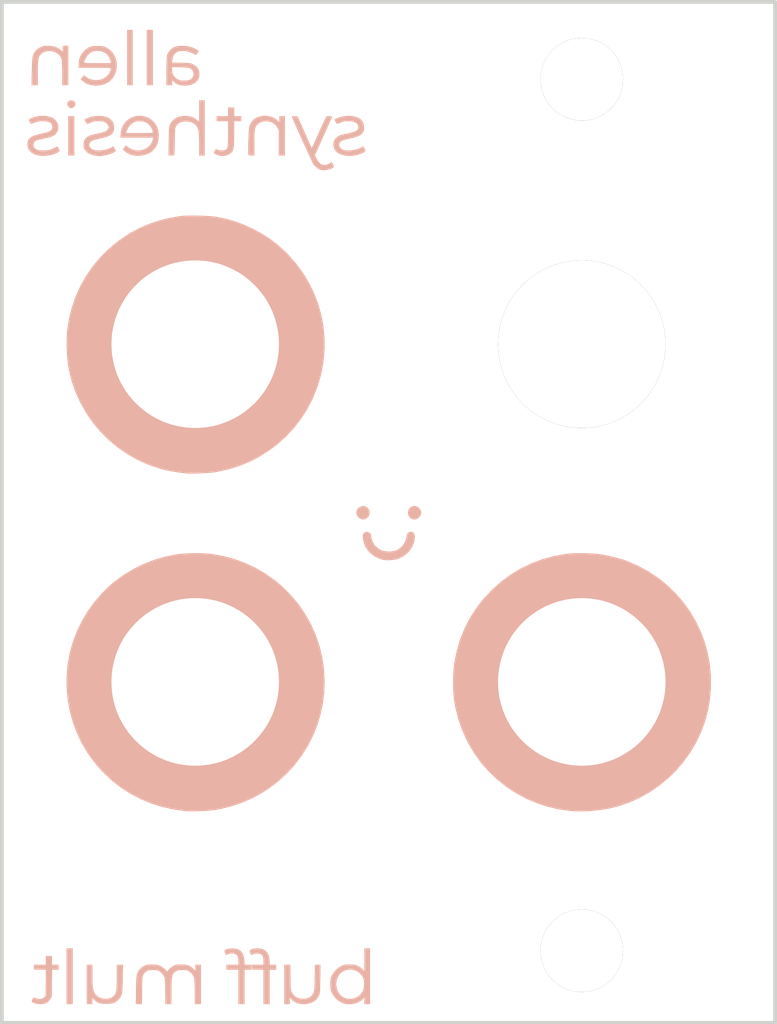
<source format=kicad_pcb>
(kicad_pcb (version 20211014) (generator pcbnew)
  (layers (0 "F.Cu" signal) (31 "B.Cu" signal) (34 "B.Paste" user) (35 "F.Paste" user) (36 "B.SilkS" user "B.Silkscreen") (37 "F.SilkS" user "F.Silkscreen") (38 "B.Mask" user) (39 "F.Mask" user) (44 "Edge.Cuts" user))
  (net 0 "")
  (footprint "Wire_Pads:SolderWirePad_single_0-8mmDrill" (layer "F.Cu") (at 7.5 -16.799999)
    (fp_text reference "" (at 0 0) (layer "F.SilkS") (effects (font (size 1.27 1.27))))
    (fp_text value "" (at 0 0) (layer "F.SilkS") (effects (font (size 1.27 1.27))))
    (pad "1" thru_hole circle locked (at 0 0) (size 3.2 3.2) (drill 3.2) (layers *.Cu *.Mask))
  )
  (footprint "LOGO" (layer "F.Cu") (at 0 0)
    (fp_text reference "G***" hide)
    (fp_text value "LOGO" hide)
  )
  (footprint "Wire_Pads:SolderWirePad_single_0-8mmDrill" (layer "F.Cu") (at 7.5 17)
    (fp_text reference "" (at 0 0) (layer "F.SilkS") (effects (font (size 1.27 1.27))))
    (fp_text value "" (at 0 0) (layer "F.SilkS") (effects (font (size 1.27 1.27))))
    (pad "3" thru_hole circle locked (at 0 0) (size 3.2 3.2) (drill 3.2) (layers *.Cu *.Mask))
  )
  (footprint "LOGO" (layer "F.Cu") (at 0 0)
    (fp_text reference "G***" hide)
    (fp_text value "LOGO" hide)
  )
  (footprint "Wire_Pads:SolderWirePad_single_0-8mmDrill" (layer "F.Cu") (at -7.5 6.575001)
    (fp_text reference "" (at 0 0) (layer "F.SilkS") (effects (font (size 1.27 1.27))))
    (fp_text value "" (at 0 0) (layer "F.SilkS") (effects (font (size 1.27 1.27))))
    (pad "6" thru_hole circle locked (at 0 0) (size 6.5 6.5) (drill 6.5) (layers *.Cu *.Mask))
  )
  (footprint "LOGO" (layer "F.Cu") (at 0 0)
    (fp_text reference "G***" hide)
    (fp_text value "LOGO" hide)
  )
  (footprint "LOGO" (layer "F.Cu") (at 0 0)
    (fp_text reference "G***" hide)
    (fp_text value "LOGO" hide)
    (fp_poly (pts (xy -11.088797 -15.366775) (xy -10.987785 -15.350853) (xy -10.947082 -15.338819) (xy -10.817776 -15.272966) (xy -10.725126 -15.186226) (xy -10.668473 -15.077702) (xy -10.647158 -14.946499) (xy -10.646942 -14.930922) (xy -10.655785 -14.828324) (xy -10.685141 -14.744096) (xy -10.738974 -14.675081) (xy -10.821245 -14.618124) (xy -10.935913 -14.570069) (xy -11.086941 -14.527759) (xy -11.178304 -14.507571) (xy -11.283635 -14.484359) (xy -11.378657 -14.460819) (xy -11.452947 -14.439699) (xy -11.496079 -14.42375) (xy -11.496087 -14.423746) (xy -11.564607 -14.372149) (xy -11.608941 -14.30621) (xy -11.6205 -14.253895) (xy -11.602506 -14.193452) (xy -11.555762 -14.130919) (xy -11.49113 -14.079145) (xy -11.458876 -14.062685) (xy -11.362648 -14.038987) (xy -11.241133 -14.03323) (xy -11.106572 -14.043766) (xy -10.971205 -14.068943) (xy -10.847272 -14.107114) (xy -10.747014 -14.156627) (xy -10.743178 -14.159147) (xy -10.680771 -14.200721) (xy -10.630498 -14.112214) (xy -10.580226 -14.023707) (xy -10.624981 -13.987466) (xy -10.696324 -13.945079) (xy -10.797979 -13.904566) (xy -10.917946 -13.869122) (xy -11.044224 -13.841945) (xy -11.164814 -13.826232) (xy -11.2395 -13.823767) (xy -11.303763 -13.829378) (xy -11.385346 -13.841892) (xy -11.43 -13.850718) (xy -11.577737 -13.898247) (xy -11.694663 -13.9689) (xy -11.777355 -14.060543) (xy -11.783747 -14.071014) (xy -11.813948 -14.129929) (xy -11.828347 -14.184822) (xy -11.830557 -14.254124) (xy -11.828317 -14.298416) (xy -11.813982 -14.394263) (xy -11.781516 -14.47239) (xy -11.726524 -14.536018) (xy -11.644609 -14.588366) (xy -11.531376 -14.632657) (xy -11.382427 -14.672111) (xy -11.29215 -14.691237) (xy -11.139059 -14.725533) (xy -11.024008 -14.760924) (xy -10.942731 -14.799955) (xy -10.890959 -14.845174) (xy -10.864425 -14.899127) (xy -10.8585 -14.950004) (xy -10.877106 -15.016212) (xy -10.926113 -15.081998) (xy -10.995304 -15.135013) (xy -11.022553 -15.14833) (xy -11.08873 -15.165255) (xy -11.180867 -15.175615) (xy -11.283014 -15.178797) (xy -11.379219 -15.174191) (xy -11.44165 -15.164377) (xy -11.502752 -15.144509) (xy -11.571973 -15.115192) (xy -11.582616 -15.109997) (xy -11.636471 -15.08526) (xy -11.674868 -15.071606) (xy -11.681067 -15.070667) (xy -11.700703 -15.086778) (xy -11.731066 -15.125521) (xy -11.76234 -15.172511) (xy -11.784712 -15.213366) (xy -11.789834 -15.230083) (xy -11.771535 -15.247109) (xy -11.723708 -15.272731) (xy -11.656955 -15.302066) (xy -11.581877 -15.330233) (xy -11.548996 -15.34098) (xy -11.453813 -15.360953) (xy -11.335956 -15.371876) (xy -11.209569 -15.3738) (xy -11.088797 -15.366775)) (layer "B.SilkS") (width 0.01) (fill solid))
    (fp_poly (pts (xy -7.851115 -18.089144) (xy -7.693177 -18.061305) (xy -7.546046 -18.006233) (xy -7.461367 -17.961104) (xy -7.364717 -17.904464) (xy -7.41181 -17.820674) (xy -7.44214 -17.77196) (xy -7.464881 -17.744795) (xy -7.47066 -17.742567) (xy -7.494001 -17.754176) (xy -7.544912 -17.779648) (xy -7.613133 -17.813848) (xy -7.625103 -17.819854) (xy -7.737319 -17.868275) (xy -7.84323 -17.89424) (xy -7.91315 -17.901859) (xy -8.065768 -17.899804) (xy -8.187919 -17.86887) (xy -8.281013 -17.808036) (xy -8.346457 -17.71628) (xy -8.385661 -17.592582) (xy -8.391747 -17.554939) (xy -8.406457 -17.446294) (xy -8.047894 -17.438072) (xy -7.91606 -17.434781) (xy -7.818448 -17.431058) (xy -7.746952 -17.425696) (xy -7.693468 -17.417489) (xy -7.649892 -17.405229) (xy -7.608118 -17.387711) (xy -7.564756 -17.36614) (xy -7.456441 -17.294598) (xy -7.385548 -17.207169) (xy -7.348444 -17.097896) (xy -7.3406 -16.998913) (xy -7.352008 -16.880988) (xy -7.390278 -16.786293) (xy -7.461487 -16.70118) (xy -7.481038 -16.683384) (xy -7.585712 -16.616978) (xy -7.716624 -16.573613) (xy -7.863474 -16.554947) (xy -8.015962 -16.562638) (xy -8.110944 -16.58194) (xy -8.178848 -16.603046) (xy -8.232826 -16.629311) (xy -8.288257 -16.669758) (xy -8.344959 -16.719277) (xy -8.403167 -16.77192) (xy -8.403167 -16.5735) (xy -8.614834 -16.5735) (xy -8.614834 -17.103877) (xy -8.614471 -17.167585) (xy -8.403167 -17.167585) (xy -8.383164 -17.037602) (xy -8.326213 -16.922466) (xy -8.236905 -16.828857) (xy -8.127368 -16.766383) (xy -8.061441 -16.751553) (xy -7.970603 -16.745162) (xy -7.871365 -16.746934) (xy -7.780243 -16.756591) (xy -7.715034 -16.77331) (xy -7.634047 -16.828051) (xy -7.581313 -16.906874) (xy -7.560592 -16.999336) (xy -7.575645 -17.094991) (xy -7.588609 -17.124526) (xy -7.618469 -17.17127) (xy -7.657216 -17.206346) (xy -7.711117 -17.231585) (xy -7.786435 -17.248815) (xy -7.889436 -17.259867) (xy -8.026384 -17.26657) (xy -8.080375 -17.268147) (xy -8.403167 -17.276524) (xy -8.403167 -17.167585) (xy -8.614471 -17.167585) (xy -8.613849 -17.276321) (xy -8.611027 -17.429209) (xy -8.60657 -17.557206) (xy -8.600676 -17.654974) (xy -8.593546 -17.717177) (xy -8.591466 -17.727055) (xy -8.548449 -17.827237) (xy -8.47567 -17.924889) (xy -8.38428 -18.006606) (xy -8.332101 -18.038876) (xy -8.275744 -18.062732) (xy -8.208613 -18.078489) (xy -8.11919 -18.088217) (xy -8.03275 -18.092721) (xy -7.851115 -18.089144)) (layer "B.SilkS") (width 0.01) (fill solid))
    (fp_poly (pts (xy -11.493075 17.922875) (xy -11.491801 18.056349) (xy -11.488549 18.185802) (xy -11.483723 18.300867) (xy -11.47773 18.391177) (xy -11.47309 18.433891) (xy -11.434637 18.584682) (xy -11.367851 18.704214) (xy -11.273509 18.791806) (xy -11.152394 18.846774) (xy -11.005287 18.868438) (xy -10.97544 18.868742) (xy -10.852591 18.859101) (xy -10.75802 18.829684) (xy -10.680505 18.775943) (xy -10.639585 18.732603) (xy -10.609899 18.692903) (xy -10.586754 18.649007) (xy -10.569362 18.595285) (xy -10.556935 18.526108) (xy -10.548687 18.435847) (xy -10.54383 18.318871) (xy -10.541576 18.169551) (xy -10.541119 18.028708) (xy -10.541 17.547167) (xy -10.30443 17.547167) (xy -10.313225 18.081625) (xy -10.31699 18.269398) (xy -10.322146 18.420333) (xy -10.329756 18.539921) (xy -10.340882 18.633656) (xy -10.356586 18.707031) (xy -10.377931 18.765538) (xy -10.405978 18.814671) (xy -10.44179 18.859922) (xy -10.469469 18.889582) (xy -10.546203 18.960778) (xy -10.621165 19.009701) (xy -10.705042 19.040124) (xy -10.808518 19.05582) (xy -10.942279 19.060564) (xy -10.95375 19.060583) (xy -11.080385 19.057897) (xy -11.175946 19.047359) (xy -11.25149 19.025253) (xy -11.318074 18.98786) (xy -11.386755 18.931463) (xy -11.414125 18.905789) (xy -11.4935 18.829742) (xy -11.4935 19.071167) (xy -11.705167 19.071167) (xy -11.705167 17.547167) (xy -11.4935 17.547167) (xy -11.493075 17.922875)) (layer "B.SilkS") (width 0.01) (fill solid))
    (fp_poly (pts (xy -7.133167 -13.843) (xy -7.344834 -13.843) (xy -7.344834 -14.283658) (xy -7.346157 -14.465756) (xy -7.350769 -14.611431) (xy -7.359638 -14.726529) (xy -7.37373 -14.816896) (xy -7.394011 -14.888378) (xy -7.421449 -14.946822) (xy -7.457008 -14.998073) (xy -7.464435 -15.007091) (xy -7.549076 -15.086281) (xy -7.649182 -15.136646) (xy -7.773094 -15.161501) (xy -7.863417 -15.16555) (xy -7.99458 -15.156632) (xy -8.095426 -15.126618) (xy -8.17433 -15.071589) (xy -8.238059 -14.990225) (xy -8.253154 -14.964159) (xy -8.26492 -14.936695) (xy -8.273907 -14.902182) (xy -8.280666 -14.854968) (xy -8.28575 -14.789399) (xy -8.289709 -14.699826) (xy -8.293096 -14.580594) (xy -8.296461 -14.426053) (xy -8.297334 -14.38275) (xy -8.307917 -13.853583) (xy -8.420611 -13.847131) (xy -8.533304 -13.840679) (xy -8.526202 -14.397465) (xy -8.523581 -14.578861) (xy -8.520141 -14.723567) (xy -8.514795 -14.837227) (xy -8.506459 -14.925481) (xy -8.494048 -14.993974) (xy -8.476478 -15.048348) (xy -8.452664 -15.094245) (xy -8.42152 -15.137308) (xy -8.381962 -15.18318) (xy -8.373297 -15.192799) (xy -8.270356 -15.282379) (xy -8.148925 -15.340847) (xy -8.003106 -15.370455) (xy -7.895167 -15.3753) (xy -7.737677 -15.363483) (xy -7.603805 -15.326097) (xy -7.480515 -15.258758) (xy -7.424209 -15.216871) (xy -7.344834 -15.153339) (xy -7.344834 -15.980833) (xy -7.133167 -15.980833) (xy -7.133167 -13.843)) (layer "B.SilkS") (width 0.01) (fill solid))
    (fp_poly (pts (xy -12.2555 19.071167) (xy -12.488334 19.071167) (xy -12.488334 16.912167) (xy -12.2555 16.912167) (xy -12.2555 19.071167)) (layer "B.SilkS") (width 0.01) (fill solid))
    (fp_poly (pts (xy -5.990167 -15.367) (xy -5.715 -15.367) (xy -5.715 -15.1765) (xy -5.990167 -15.1765) (xy -5.990167 -14.693509) (xy -5.991124 -14.505941) (xy -5.994644 -14.355424) (xy -6.001701 -14.236706) (xy -6.013271 -14.144533) (xy -6.030328 -14.073653) (xy -6.053847 -14.018815) (xy -6.084802 -13.974764) (xy -6.124167 -13.936248) (xy -6.131873 -13.929785) (xy -6.238981 -13.866938) (xy -6.366596 -13.832716) (xy -6.501855 -13.829695) (xy -6.57225 -13.841626) (xy -6.626965 -13.859295) (xy -6.686884 -13.884783) (xy -6.73887 -13.911674) (xy -6.769788 -13.933552) (xy -6.773334 -13.939845) (xy -6.764869 -13.962659) (xy -6.744938 -14.006016) (xy -6.721738 -14.052969) (xy -6.703463 -14.08657) (xy -6.699708 -14.092087) (xy -6.679953 -14.08733) (xy -6.638208 -14.068135) (xy -6.633608 -14.065759) (xy -6.567507 -14.044687) (xy -6.483281 -14.034946) (xy -6.399452 -14.037169) (xy -6.334539 -14.05199) (xy -6.327661 -14.055294) (xy -6.296234 -14.075732) (xy -6.271735 -14.102801) (xy -6.253321 -14.141606) (xy -6.240149 -14.197252) (xy -6.231374 -14.274845) (xy -6.226154 -14.379488) (xy -6.223644 -14.516288) (xy -6.223 -14.688616) (xy -6.223 -15.1765) (xy -6.6675 -15.1765) (xy -6.6675 -15.367) (xy -6.223 -15.367) (xy -6.223 -15.705667) (xy -5.990167 -15.705667) (xy -5.990167 -15.367)) (layer "B.SilkS") (width 0.01) (fill solid))
    (fp_poly (pts (xy -12.424834 -16.5735) (xy -12.657667 -16.5735) (xy -12.657785 -17.033875) (xy -12.658838 -17.176755) (xy -12.661717 -17.308797) (xy -12.666118 -17.422617) (xy -12.671736 -17.51083) (xy -12.678266 -17.56605) (xy -12.680107 -17.574204) (xy -12.731199 -17.68478) (xy -12.812476 -17.774797) (xy -12.916063 -17.842229) (xy -13.034085 -17.885052) (xy -13.158666 -17.90124) (xy -13.28193 -17.888767) (xy -13.396003 -17.845608) (xy -13.482586 -17.780581) (xy -13.520275 -17.738859) (xy -13.54983 -17.694128) (xy -13.572213 -17.640813) (xy -13.588383 -17.573338) (xy -13.599303 -17.486129) (xy -13.605933 -17.373611) (xy -13.609233 -17.230208) (xy -13.610165 -17.050344) (xy -13.610167 -17.040377) (xy -13.610167 -16.5735) (xy -13.847734 -16.5735) (xy -13.838313 -17.097375) (xy -13.834529 -17.277801) (xy -13.829711 -17.421919) (xy -13.822837 -17.535754) (xy -13.812887 -17.625331) (xy -13.798841 -17.696674) (xy -13.779677 -17.75581) (xy -13.754375 -17.808762) (xy -13.721915 -17.861557) (xy -13.70452 -17.887128) (xy -13.630545 -17.964407) (xy -13.520117 -18.032981) (xy -13.512777 -18.036633) (xy -13.448296 -18.067078) (xy -13.396449 -18.085795) (xy -13.343829 -18.095019) (xy -13.277034 -18.096982) (xy -13.18266 -18.093919) (xy -13.171792 -18.093448) (xy -13.025684 -18.080287) (xy -12.909293 -18.052414) (xy -12.811345 -18.005678) (xy -12.720562 -17.935929) (xy -12.705292 -17.921733) (xy -12.6365 -17.856362) (xy -12.6365 -18.0975) (xy -12.424834 -18.0975) (xy -12.424834 -16.5735)) (layer "B.SilkS") (width 0.01) (fill solid))
    (fp_poly (pts (xy -9.144 -16.5735) (xy -9.376834 -16.5735) (xy -9.376834 -18.711333) (xy -9.144 -18.711333) (xy -9.144 -16.5735)) (layer "B.SilkS") (width 0.01) (fill solid))
    (fp_poly (pts (xy -7.897086 17.543825) (xy -7.780384 17.567999) (xy -7.682538 17.612903) (xy -7.59286 17.682319) (xy -7.570483 17.703928) (xy -7.493 17.781411) (xy -7.493 17.547167) (xy -7.281334 17.547167) (xy -7.281334 19.071167) (xy -7.511398 19.071167) (xy -7.518074 18.568458) (xy -7.520325 18.409498) (xy -7.52272 18.286878) (xy -7.525856 18.194605) (xy -7.530331 18.126687) (xy -7.536744 18.077135) (xy -7.545692 18.039954) (xy -7.557774 18.009155) (xy -7.573587 17.978745) (xy -7.577667 17.97144) (xy -7.628876 17.900736) (xy -7.695575 17.833635) (xy -7.722366 17.81269) (xy -7.770451 17.781219) (xy -7.813306 17.762079) (xy -7.863959 17.752234) (xy -7.935437 17.748654) (xy -7.99918 17.74825) (xy -8.090914 17.749357) (xy -8.152733 17.75458) (xy -8.197037 17.766777) (xy -8.236228 17.788802) (xy -8.264244 17.809293) (xy -8.310157 17.846881) (xy -8.346323 17.885205) (xy -8.3739 17.9297) (xy -8.394046 17.985799) (xy -8.407922 18.058938) (xy -8.416685 18.15455) (xy -8.421494 18.278071) (xy -8.423509 18.434936) (xy -8.423869 18.557875) (xy -8.424334 19.071167) (xy -8.654398 19.071167) (xy -8.661074 18.568458) (xy -8.663325 18.409498) (xy -8.66572 18.286878) (xy -8.668856 18.194605) (xy -8.673331 18.126687) (xy -8.679744 18.077135) (xy -8.688692 18.039954) (xy -8.700774 18.009155) (xy -8.716587 17.978745) (xy -8.720667 17.97144) (xy -8.771876 17.900736) (xy -8.838575 17.833635) (xy -8.865366 17.81269) (xy -8.913451 17.781219) (xy -8.956306 17.762079) (xy -9.006959 17.752234) (xy -9.078437 17.748654) (xy -9.14218 17.74825) (xy -9.234141 17.749395) (xy -9.296108 17.754683) (xy -9.3404 17.766895) (xy -9.379335 17.788809) (xy -9.404962 17.807552) (xy -9.448586 17.842203) (xy -9.482951 17.875565) (xy -9.509236 17.913063) (xy -9.528619 17.960121) (xy -9.54228 18.022167) (xy -9.551396 18.104624) (xy -9.557146 18.212919) (xy -9.560709 18.352476) (xy -9.563264 18.528721) (xy -9.563363 18.536708) (xy -9.569976 19.071167) (xy -9.803852 19.071167) (xy -9.795231 18.526125) (xy -9.79206 18.347595) (xy -9.788198 18.205479) (xy -9.782697 18.09386) (xy -9.774608 18.006819) (xy -9.762982 17.938439) (xy -9.746869 17.882801) (xy -9.725321 17.833988) (xy -9.697388 17.786081) (xy -9.669892 17.744555) (xy -9.591832 17.660756) (xy -9.488041 17.596388) (xy -9.424351 17.567459) (xy -9.368007 17.549737) (xy -9.304877 17.540649) (xy -9.220831 17.537621) (xy -9.165167 17.537582) (xy -9.01414 17.546783) (xy -8.891319 17.575563) (xy -8.785434 17.628207) (xy -8.685217 17.708999) (xy -8.666645 17.727126) (xy -8.580874 17.812846) (xy -8.52763 17.738215) (xy -8.478714 17.686135) (xy -8.409445 17.631458) (xy -8.359401 17.600083) (xy -8.300781 17.569788) (xy -8.249761 17.550998) (xy -8.192898 17.541013) (xy -8.116749 17.537131) (xy -8.043334 17.536599) (xy -7.897086 17.543825)) (layer "B.SilkS") (width 0.01) (fill solid))
    (fp_poly (pts (xy -9.465081 -15.358256) (xy -9.342544 -15.314643) (xy -9.194193 -15.226262) (xy -9.075622 -15.10882) (xy -8.988559 -14.964965) (xy -8.934735 -14.797341) (xy -8.917598 -14.664519) (xy -8.924864 -14.473106) (xy -8.969292 -14.299682) (xy -9.050037 -14.146314) (xy -9.166257 -14.015064) (xy -9.191804 -13.993188) (xy -9.30515 -13.922926) (xy -9.445383 -13.870929) (xy -9.600108 -13.839684) (xy -9.756928 -13.831676) (xy -9.903448 -13.84939) (xy -9.906 -13.84998) (xy -10.056024 -13.898863) (xy -10.180716 -13.967906) (xy -10.248631 -14.02627) (xy -10.305511 -14.086417) (xy -10.246372 -14.158644) (xy -10.187234 -14.23087) (xy -10.104826 -14.164775) (xy -9.978561 -14.087) (xy -9.842036 -14.043291) (xy -9.701644 -14.031734) (xy -9.563777 -14.050414) (xy -9.434828 -14.097416) (xy -9.321192 -14.170826) (xy -9.22926 -14.268728) (xy -9.165426 -14.389209) (xy -9.14729 -14.451542) (xy -9.127334 -14.5415) (xy -10.398401 -14.5415) (xy -10.388318 -14.698615) (xy -10.38615 -14.710833) (xy -10.185756 -14.710833) (xy -9.664878 -14.710833) (xy -9.503312 -14.710941) (xy -9.379156 -14.711535) (xy -9.287486 -14.713022) (xy -9.223381 -14.715808) (xy -9.181916 -14.7203) (xy -9.158168 -14.726905) (xy -9.147215 -14.736029) (xy -9.144132 -14.748078) (xy -9.144 -14.753847) (xy -9.161543 -14.838153) (xy -9.20866 -14.930352) (xy -9.277087 -15.019355) (xy -9.358561 -15.094074) (xy -9.429569 -15.137025) (xy -9.533596 -15.166413) (xy -9.66352 -15.176035) (xy -9.750064 -15.17373) (xy -9.8133 -15.16289) (xy -9.872098 -15.138605) (xy -9.926132 -15.107708) (xy -10.030582 -15.021915) (xy -10.114569 -14.908522) (xy -10.168435 -14.780864) (xy -10.171497 -14.769042) (xy -10.185756 -14.710833) (xy -10.38615 -14.710833) (xy -10.358146 -14.868634) (xy -10.293828 -15.019404) (xy -10.200261 -15.14804) (xy -10.082343 -15.251657) (xy -9.944968 -15.327372) (xy -9.793035 -15.3723) (xy -9.631441 -15.383556) (xy -9.465081 -15.358256)) (layer "B.SilkS") (width 0.01) (fill solid))
    (fp_poly (pts (xy -12.192 -13.843) (xy -12.424834 -13.843) (xy -12.424834 -15.367) (xy -12.192 -15.367) (xy -12.192 -13.843)) (layer "B.SilkS") (width 0.01) (fill solid))
    (fp_poly (pts (xy 1.085466 -0.233143) (xy 1.094335 -0.22993) (xy 1.17204 -0.181803) (xy 1.232699 -0.109585) (xy 1.266291 -0.026876) (xy 1.26992 0.008422) (xy 1.250856 0.095915) (xy 1.200798 0.176826) (xy 1.130136 0.23566) (xy 1.111466 0.24469) (xy 1.034056 0.269728) (xy 0.968572 0.269167) (xy 0.898575 0.245411) (xy 0.821289 0.19011) (xy 0.773568 0.10703) (xy 0.758472 0.009089) (xy 0.776426 -0.091853) (xy 0.825415 -0.17175) (xy 0.898126 -0.2254) (xy 0.987247 -0.247599) (xy 1.085466 -0.233143)) (layer "B.SilkS") (width 0.01) (fill solid))
    (fp_poly (pts (xy 7.641425 1.585833) (xy 7.837417 1.592686) (xy 8.017842 1.604244) (xy 8.15975 1.618885) (xy 8.348084 1.648703) (xy 8.557187 1.690919) (xy 8.773377 1.742152) (xy 8.982973 1.799021) (xy 9.172293 1.858145) (xy 9.271 1.8935) (xy 9.694221 2.077078) (xy 10.095076 2.295693) (xy 10.471806 2.547505) (xy 10.82265 2.830674) (xy 11.145849 3.143357) (xy 11.439643 3.483715) (xy 11.702272 3.849907) (xy 11.931976 4.240092) (xy 12.126995 4.652429) (xy 12.266859 5.027083) (xy 12.385733 5.45482) (xy 12.465757 5.895234) (xy 12.506718 6.343699) (xy 12.5084 6.795585) (xy 12.470588 7.246265) (xy 12.393068 7.691112) (xy 12.390915 7.700798) (xy 12.273682 8.130417) (xy 12.118412 8.544923) (xy 11.927252 8.942169) (xy 11.702349 9.32001) (xy 11.445851 9.676296) (xy 11.159904 10.008883) (xy 10.846657 10.315623) (xy 10.508257 10.594369) (xy 10.146852 10.842975) (xy 9.764588 11.059293) (xy 9.363613 11.241176) (xy 8.946074 11.386479) (xy 8.619805 11.470942) (xy 8.360537 11.51962) (xy 8.080838 11.556745) (xy 7.7932 11.581462) (xy 7.510116 11.592919) (xy 7.244081 11.590262) (xy 7.055456 11.577748) (xy 6.601275 11.513046) (xy 6.159491 11.409299) (xy 5.732314 11.268023) (xy 5.321954 11.090735) (xy 4.930622 10.878948) (xy 4.560526 10.634178) (xy 4.213877 10.35794) (xy 3.892885 10.05175) (xy 3.59976 9.717123) (xy 3.336711 9.355574) (xy 3.105948 8.968618) (xy 3.027522 8.815917) (xy 2.851196 8.420578) (xy 2.712423 8.025513) (xy 2.607854 7.620076) (xy 2.548203 7.291917) (xy 2.527672 7.113087) (xy 2.514486 6.904487) (xy 2.508577 6.678024) (xy 2.509879 6.445606) (xy 2.518325 6.219141) (xy 2.533847 6.010539) (xy 2.556379 5.831706) (xy 2.556426 5.831417) (xy 2.651629 5.367878) (xy 2.782916 4.926363) (xy 2.950638 4.506198) (xy 3.155143 4.10671) (xy 3.396782 3.727224) (xy 3.675904 3.367068) (xy 3.992859 3.025568) (xy 4.034922 2.984387) (xy 4.380214 2.678713) (xy 4.747904 2.408762) (xy 5.136832 2.175087) (xy 5.545836 1.978238) (xy 5.973753 1.81877) (xy 6.419423 1.697232) (xy 6.881684 1.614178) (xy 6.932083 1.607593) (xy 7.075194 1.594566) (xy 7.248798 1.586667) (xy 7.44138 1.583792) (xy 7.641425 1.585833)) (layer "B.SilkS") (width 0.01) (fill solid))
    (fp_poly (pts (xy -1.361036 -15.364908) (xy -1.192232 -15.311667) (xy -1.17449 -15.303374) (xy -1.073274 -15.239756) (xy -1.006079 -15.159938) (xy -0.968257 -15.05653) (xy -0.95623 -14.956217) (xy -0.954185 -14.871591) (xy -0.960041 -14.814086) (xy -0.976651 -14.76879) (xy -0.999139 -14.732) (xy -1.051795 -14.671098) (xy -1.122999 -14.620446) (xy -1.218887 -14.577201) (xy -1.345596 -14.53852) (xy -1.486556 -14.506187) (xy -1.622179 -14.476544) (xy -1.722654 -14.449987) (xy -1.794763 -14.423778) (xy -1.84529 -14.395178) (xy -1.881018 -14.361449) (xy -1.896089 -14.340837) (xy -1.919467 -14.270728) (xy -1.906438 -14.197228) (xy -1.861272 -14.128667) (xy -1.788238 -14.07338) (xy -1.750164 -14.056077) (xy -1.655159 -14.035736) (xy -1.534898 -14.032766) (xy -1.40185 -14.045333) (xy -1.268486 -14.071603) (xy -1.147277 -14.109745) (xy -1.050693 -14.157924) (xy -1.048802 -14.159175) (xy -0.986353 -14.200777) (xy -0.935895 -14.116162) (xy -0.908042 -14.062727) (xy -0.902539 -14.023398) (xy -0.923841 -13.990772) (xy -0.976407 -13.957449) (xy -1.053349 -13.921092) (xy -1.246344 -13.856633) (xy -1.45125 -13.828181) (xy -1.656181 -13.836953) (xy -1.735667 -13.851196) (xy -1.887557 -13.900094) (xy -2.003689 -13.971441) (xy -2.083958 -14.065127) (xy -2.128262 -14.181042) (xy -2.137834 -14.279346) (xy -2.118686 -14.399147) (xy -2.062346 -14.499774) (xy -1.970464 -14.578877) (xy -1.902733 -14.613473) (xy -1.850414 -14.630748) (xy -1.768903 -14.652421) (xy -1.670663 -14.675344) (xy -1.596105 -14.690946) (xy -1.441232 -14.725887) (xy -1.324814 -14.762595) (xy -1.242972 -14.803318) (xy -1.191831 -14.850301) (xy -1.167513 -14.905793) (xy -1.164167 -14.941279) (xy -1.18318 -15.028899) (xy -1.238317 -15.098136) (xy -1.326732 -15.147138) (xy -1.445573 -15.174047) (xy -1.528899 -15.17881) (xy -1.646808 -15.176136) (xy -1.737812 -15.16477) (xy -1.816938 -15.141835) (xy -1.888282 -15.109997) (xy -1.952177 -15.080887) (xy -1.992211 -15.076188) (xy -2.02135 -15.099431) (xy -2.05256 -15.154144) (xy -2.052904 -15.154818) (xy -2.095835 -15.238969) (xy -2.013306 -15.281072) (xy -1.953396 -15.304932) (xy -1.867722 -15.330838) (xy -1.772311 -15.354083) (xy -1.74727 -15.359232) (xy -1.547073 -15.380863) (xy -1.361036 -15.364908)) (layer "B.SilkS") (width 0.01) (fill solid))
    (fp_poly (pts (xy -5.917298 16.924908) (xy -5.800686 16.964626) (xy -5.712148 17.033564) (xy -5.64942 17.133964) (xy -5.610239 17.268068) (xy -5.596217 17.375665) (xy -5.581914 17.547167) (xy -5.334 17.547167) (xy -5.334 17.737667) (xy -5.588 17.737667) (xy -5.588 19.071167) (xy -5.820834 19.071167) (xy -5.820834 17.737667) (xy -6.2865 17.737667) (xy -6.2865 17.547167) (xy -5.820834 17.547167) (xy -5.820834 17.407557) (xy -5.83159 17.283985) (xy -5.864572 17.19458) (xy -5.920854 17.136841) (xy -5.941745 17.125637) (xy -6.019674 17.106427) (xy -6.113317 17.105468) (xy -6.200522 17.122077) (xy -6.230712 17.134547) (xy -6.274669 17.156334) (xy -6.298736 17.166125) (xy -6.299219 17.166167) (xy -6.314462 17.148219) (xy -6.333214 17.105297) (xy -6.349948 17.053784) (xy -6.359133 17.010063) (xy -6.357859 16.992425) (xy -6.317473 16.960367) (xy -6.245656 16.934359) (xy -6.153198 16.91735) (xy -6.064251 16.912167) (xy -5.917298 16.924908)) (layer "B.SilkS") (width 0.01) (fill solid))
    (fp_poly (pts (xy -0.719667 19.071167) (xy -0.931334 19.071167) (xy -0.931334 18.813244) (xy -1.035159 18.906591) (xy -1.149902 18.989868) (xy -1.278446 19.042589) (xy -1.429313 19.06763) (xy -1.521139 19.070664) (xy -1.637715 19.064635) (xy -1.7352 19.044708) (xy -1.808146 19.018612) (xy -1.946962 18.940041) (xy -2.069521 18.828545) (xy -2.166892 18.692893) (xy -2.194173 18.639586) (xy -2.2225 18.572998) (xy -2.240198 18.513816) (xy -2.249704 18.448133) (xy -2.253452 18.362038) (xy -2.253946 18.298138) (xy -2.253583 18.258157) (xy -2.029506 18.258157) (xy -2.028204 18.334325) (xy -2.009551 18.476076) (xy -1.967697 18.591614) (xy -1.897453 18.693036) (xy -1.855471 18.73703) (xy -1.740995 18.819798) (xy -1.608215 18.866016) (xy -1.46172 18.874745) (xy -1.314914 18.847722) (xy -1.189179 18.789306) (xy -1.080273 18.697234) (xy -0.997412 18.579494) (xy -0.991156 18.567113) (xy -0.960393 18.472427) (xy -0.944521 18.35522) (xy -0.943894 18.231983) (xy -0.958867 18.119207) (xy -0.980089 18.05243) (xy -1.055774 17.929829) (xy -1.156548 17.834931) (xy -1.275458 17.768967) (xy -1.405548 17.733165) (xy -1.539865 17.728755) (xy -1.671454 17.756969) (xy -1.793361 17.819035) (xy -1.878866 17.893479) (xy -1.962383 18.004202) (xy -2.011395 18.122216) (xy -2.029506 18.258157) (xy -2.253583 18.258157) (xy -2.25303 18.19728) (xy -2.248145 18.124924) (xy -2.236596 18.067261) (xy -2.21569 18.010478) (xy -2.185254 17.945874) (xy -2.091821 17.797949) (xy -1.97085 17.680733) (xy -1.822874 17.592361) (xy -1.758059 17.564838) (xy -1.697894 17.548051) (xy -1.628034 17.5395) (xy -1.534134 17.536684) (xy -1.502834 17.536583) (xy -1.401943 17.538082) (xy -1.329172 17.544314) (xy -1.270362 17.557882) (xy -1.211353 17.581387) (xy -1.18149 17.59564) (xy -1.10414 17.640681) (xy -1.032422 17.694067) (xy -0.996282 17.728668) (xy -0.931334 17.80264) (xy -0.931334 16.912167) (xy -0.719667 16.912167) (xy -0.719667 19.071167)) (layer "B.SilkS") (width 0.01) (fill solid))
    (fp_poly (pts (xy -13.272595 -15.370625) (xy -13.13289 -15.340615) (xy -13.039502 -15.303926) (xy -12.936027 -15.230613) (xy -12.862126 -15.13593) (xy -12.819487 -15.027625) (xy -12.809798 -14.913443) (xy -12.834746 -14.801133) (xy -12.896019 -14.698441) (xy -12.905264 -14.687827) (xy -12.953597 -14.6432) (xy -13.01469 -14.605298) (xy -13.09491 -14.571739) (xy -13.200621 -14.540139) (xy -13.338189 -14.508114) (xy -13.440834 -14.487281) (xy -13.56843 -14.458658) (xy -13.659549 -14.428859) (xy -13.720027 -14.395394) (xy -13.755699 -14.355776) (xy -13.757706 -14.352173) (xy -13.778395 -14.272819) (xy -13.766396 -14.188392) (xy -13.736836 -14.133137) (xy -13.68408 -14.08507) (xy -13.611282 -14.053901) (xy -13.512051 -14.038065) (xy -13.379997 -14.035995) (xy -13.345391 -14.037254) (xy -13.243604 -14.043558) (xy -13.167508 -14.054631) (xy -13.100469 -14.074477) (xy -13.025851 -14.107102) (xy -12.997273 -14.121085) (xy -12.845705 -14.196321) (xy -12.758373 -14.025137) (xy -12.817091 -13.978317) (xy -12.902815 -13.928476) (xy -13.019087 -13.886638) (xy -13.154541 -13.854873) (xy -13.297809 -13.83525) (xy -13.437524 -13.829836) (xy -13.56232 -13.840701) (xy -13.567834 -13.841685) (xy -13.721893 -13.885282) (xy -13.845311 -13.952597) (xy -13.935898 -14.041236) (xy -13.991463 -14.148804) (xy -14.009813 -14.272907) (xy -14.006859 -14.32142) (xy -13.992388 -14.398219) (xy -13.965025 -14.462594) (xy -13.92049 -14.517073) (xy -13.854502 -14.564181) (xy -13.76278 -14.606444) (xy -13.641046 -14.646388) (xy -13.485017 -14.686541) (xy -13.329584 -14.721159) (xy -13.20247 -14.756094) (xy -13.113931 -14.799752) (xy -13.060669 -14.854625) (xy -13.039386 -14.923202) (xy -13.038667 -14.940839) (xy -13.053331 -15.030463) (xy -13.098659 -15.097594) (xy -13.176655 -15.143469) (xy -13.289324 -15.169324) (xy -13.420669 -15.1765) (xy -13.531262 -15.172422) (xy -13.621318 -15.157671) (xy -13.712068 -15.128472) (xy -13.729748 -15.121538) (xy -13.798238 -15.095359) (xy -13.849035 -15.078253) (xy -13.871786 -15.073682) (xy -13.872056 -15.073913) (xy -13.921945 -15.155293) (xy -13.946591 -15.212316) (xy -13.948834 -15.227151) (xy -13.929269 -15.253067) (xy -13.875871 -15.282852) (xy -13.796582 -15.31353) (xy -13.699345 -15.342129) (xy -13.592104 -15.365675) (xy -13.567372 -15.369978) (xy -13.422751 -15.38108) (xy -13.272595 -15.370625)) (layer "B.SilkS") (width 0.01) (fill solid))
    (fp_poly (pts (xy -4.969271 16.91973) (xy -4.881214 16.940149) (xy -4.84755 16.954304) (xy -4.74453 17.029432) (xy -4.671363 17.134496) (xy -4.628022 17.26955) (xy -4.614452 17.425458) (xy -4.614334 17.547167) (xy -4.360334 17.547167) (xy -4.360334 17.737667) (xy -4.614334 17.737667) (xy -4.614334 19.071167) (xy -4.847167 19.071167) (xy -4.847167 17.739099) (xy -5.074709 17.733091) (xy -5.30225 17.727083) (xy -5.315268 17.547167) (xy -4.847167 17.547167) (xy -4.847167 17.410579) (xy -4.85441 17.294843) (xy -4.877909 17.212415) (xy -4.920326 17.156514) (xy -4.95607 17.132829) (xy -5.041212 17.107776) (xy -5.140485 17.105935) (xy -5.232766 17.127082) (xy -5.252352 17.135977) (xy -5.296963 17.156486) (xy -5.321658 17.162986) (xy -5.322692 17.162436) (xy -5.347294 17.12308) (xy -5.370055 17.070506) (xy -5.38468 17.021679) (xy -5.385198 16.994052) (xy -5.341424 16.958339) (xy -5.267095 16.932248) (xy -5.17306 16.916582) (xy -5.070169 16.912142) (xy -4.969271 16.91973)) (layer "B.SilkS") (width 0.01) (fill solid))
    (fp_poly (pts (xy -7.419681 -11.510142) (xy -7.233663 -11.505314) (xy -7.055021 -11.497426) (xy -6.89331 -11.486698) (xy -6.758082 -11.47335) (xy -6.688667 -11.463329) (xy -6.304031 -11.383755) (xy -5.943016 -11.280542) (xy -5.591415 -11.149054) (xy -5.259917 -10.997079) (xy -4.925839 -10.817614) (xy -4.621855 -10.624214) (xy -4.337494 -10.409215) (xy -4.06228 -10.164957) (xy -3.893621 -9.997495) (xy -3.588667 -9.653394) (xy -3.31929 -9.287786) (xy -3.086129 -8.903068) (xy -2.889823 -8.501637) (xy -2.731009 -8.085891) (xy -2.610327 -7.658227) (xy -2.528415 -7.221042) (xy -2.485913 -6.776733) (xy -2.483458 -6.327698) (xy -2.521689 -5.876334) (xy -2.601246 -5.425038) (xy -2.636292 -5.27805) (xy -2.768795 -4.840925) (xy -2.939063 -4.421175) (xy -3.145392 -4.020862) (xy -3.386081 -3.642046) (xy -3.659429 -3.286788) (xy -3.963734 -2.957147) (xy -4.297294 -2.655185) (xy -4.658406 -2.382961) (xy -5.04537 -2.142537) (xy -5.360104 -1.980268) (xy -5.766107 -1.811175) (xy -6.193528 -1.676698) (xy -6.637441 -1.578317) (xy -6.773334 -1.556026) (xy -6.862423 -1.545468) (xy -6.980489 -1.53563) (xy -7.118494 -1.526857) (xy -7.2674 -1.51949) (xy -7.41817 -1.513874) (xy -7.561765 -1.510353) (xy -7.68915 -1.509269) (xy -7.791284 -1.510967) (xy -7.852834 -1.515003) (xy -8.146236 -1.552327) (xy -8.404877 -1.593543) (xy -8.636253 -1.640042) (xy -8.847862 -1.693216) (xy -8.911167 -1.711435) (xy -9.340346 -1.86052) (xy -9.751871 -2.047009) (xy -10.14344 -2.268955) (xy -10.51275 -2.524409) (xy -10.857499 -2.811425) (xy -11.175384 -3.128054) (xy -11.464103 -3.472348) (xy -11.721352 -3.842361) (xy -11.944828 -4.236144) (xy -11.980323 -4.307417) (xy -12.12761 -4.633514) (xy -12.246296 -4.952799) (xy -12.341234 -5.280225) (xy -12.417276 -5.630746) (xy -12.426822 -5.68325) (xy -12.448624 -5.837235) (xy -12.46584 -6.021961) (xy -12.478121 -6.226048) (xy -12.485115 -6.438117) (xy -12.486472 -6.646787) (xy -12.481843 -6.840678) (xy -12.470876 -7.008412) (xy -12.468388 -7.033211) (xy -12.398972 -7.489382) (xy -12.290034 -7.9323) (xy -12.142865 -8.359947) (xy -11.958759 -8.77031) (xy -11.739006 -9.161372) (xy -11.484899 -9.531118) (xy -11.19773 -9.877532) (xy -10.87879 -10.198599) (xy -10.529373 -10.492304) (xy -10.150769 -10.756631) (xy -10.036314 -10.827135) (xy -9.680024 -11.018478) (xy -9.297266 -11.18346) (xy -8.896848 -11.319129) (xy -8.487574 -11.42253) (xy -8.078251 -11.490711) (xy -8.046447 -11.494478) (xy -7.926459 -11.504079) (xy -7.775633 -11.509744) (xy -7.603523 -11.511692) (xy -7.419681 -11.510142)) (layer "B.SilkS") (width 0.01) (fill solid))
    (fp_poly (pts (xy -13.059834 17.547167) (xy -12.805834 17.547167) (xy -12.805834 17.737667) (xy -13.056043 17.737667) (xy -13.070417 18.785417) (xy -13.128326 18.883925) (xy -13.198442 18.973436) (xy -13.288352 19.032476) (xy -13.403742 19.06378) (xy -13.516308 19.070702) (xy -13.655233 19.059141) (xy -13.753042 19.029403) (xy -13.813281 18.997945) (xy -13.83812 18.967527) (xy -13.832315 18.925792) (xy -13.810707 18.879615) (xy -13.788881 18.838245) (xy -13.770634 18.821816) (xy -13.741411 18.826702) (xy -13.687515 18.848917) (xy -13.572307 18.879717) (xy -13.468975 18.872059) (xy -13.380951 18.826266) (xy -13.372376 18.818938) (xy -13.30325 18.75721) (xy -13.290538 17.73912) (xy -13.519144 17.733102) (xy -13.74775 17.727083) (xy -13.760768 17.547167) (xy -13.292667 17.547167) (xy -13.292667 17.2085) (xy -13.059834 17.2085) (xy -13.059834 17.547167)) (layer "B.SilkS") (width 0.01) (fill solid))
    (fp_poly (pts (xy -12.232437 -15.964294) (xy -12.17884 -15.921305) (xy -12.151986 -15.861813) (xy -12.156238 -15.795767) (xy -12.195957 -15.733111) (xy -12.198656 -15.730523) (xy -12.266669 -15.690753) (xy -12.339059 -15.687367) (xy -12.403991 -15.71985) (xy -12.423298 -15.740271) (xy -12.460122 -15.813614) (xy -12.459365 -15.882852) (xy -12.425209 -15.939227) (xy -12.361837 -15.973982) (xy -12.308417 -15.980833) (xy -12.232437 -15.964294)) (layer "B.SilkS") (width 0.01) (fill solid))
    (fp_poly (pts (xy -3.806116 18.039292) (xy -3.803717 18.197764) (xy -3.801018 18.319914) (xy -3.797477 18.411755) (xy -3.792547 18.479296) (xy -3.785684 18.528549) (xy -3.776344 18.565525) (xy -3.763981 18.596235) (xy -3.753852 18.616083) (xy -3.673898 18.730304) (xy -3.574323 18.809046) (xy -3.451337 18.854479) (xy -3.312584 18.868742) (xy -3.1738 18.856744) (xy -3.063971 18.816367) (xy -2.978647 18.745235) (xy -2.923123 18.66089) (xy -2.906353 18.626713) (xy -2.893417 18.593717) (xy -2.883695 18.555823) (xy -2.876569 18.506951) (xy -2.871419 18.441022) (xy -2.867625 18.351956) (xy -2.86457 18.233676) (xy -2.861633 18.080102) (xy -2.861141 18.052348) (xy -2.852235 17.547167) (xy -2.643232 17.547167) (xy -2.649825 18.092208) (xy -2.652005 18.259119) (xy -2.654363 18.389569) (xy -2.657407 18.489429) (xy -2.661651 18.564572) (xy -2.667605 18.620869) (xy -2.675781 18.664191) (xy -2.68669 18.700409) (xy -2.700842 18.735396) (xy -2.707045 18.749296) (xy -2.785326 18.874729) (xy -2.892678 18.969699) (xy -3.028354 19.033795) (xy -3.191609 19.066604) (xy -3.290077 19.071167) (xy -3.451387 19.058193) (xy -3.585774 19.01759) (xy -3.7004 18.946834) (xy -3.738563 18.913154) (xy -3.831167 18.824423) (xy -3.831167 19.071167) (xy -4.042834 19.071167) (xy -4.042834 17.547167) (xy -3.812815 17.547167) (xy -3.806116 18.039292)) (layer "B.SilkS") (width 0.01) (fill solid))
    (fp_poly (pts (xy -7.21104 1.58715) (xy -7.039396 1.595549) (xy -6.910917 1.607612) (xy -6.450624 1.68631) (xy -6.003404 1.804219) (xy -5.571556 1.960366) (xy -5.157379 2.153782) (xy -4.763172 2.383493) (xy -4.391234 2.648529) (xy -4.327705 2.699201) (xy -4.17841 2.828314) (xy -4.016139 2.982442) (xy -3.850965 3.15109) (xy -3.692959 3.323764) (xy -3.552194 3.48997) (xy -3.480125 3.582324) (xy -3.223215 3.959503) (xy -3.003498 4.355191) (xy -2.8215 4.766741) (xy -2.67775 5.191502) (xy -2.572774 5.626825) (xy -2.507099 6.070061) (xy -2.481252 6.518561) (xy -2.49576 6.969675) (xy -2.55115 7.420754) (xy -2.636292 7.824116) (xy -2.767998 8.258483) (xy -2.937426 8.676345) (xy -3.142709 9.075391) (xy -3.381977 9.453309) (xy -3.653363 9.807788) (xy -3.954997 10.136517) (xy -4.285011 10.437182) (xy -4.641536 10.707474) (xy -5.022704 10.945081) (xy -5.259917 11.069749) (xy -5.674063 11.252863) (xy -6.09018 11.395875) (xy -6.514633 11.500788) (xy -6.773334 11.545893) (xy -6.870129 11.557207) (xy -6.996599 11.567533) (xy -7.142931 11.576501) (xy -7.29931 11.583745) (xy -7.455924 11.588897) (xy -7.602957 11.59159) (xy -7.730597 11.591456) (xy -7.829029 11.588127) (xy -7.852834 11.58632) (xy -8.326509 11.52273) (xy -8.783489 11.421106) (xy -9.222391 11.282261) (xy -9.641833 11.107006) (xy -10.040434 10.896154) (xy -10.41681 10.650517) (xy -10.76958 10.370907) (xy -11.097362 10.058137) (xy -11.398773 9.713019) (xy -11.666654 9.345083) (xy -11.896048 8.961809) (xy -12.089128 8.559153) (xy -12.24528 8.140481) (xy -12.363893 7.709159) (xy -12.444354 7.268552) (xy -12.486051 6.822025) (xy -12.488372 6.372945) (xy -12.450705 5.924677) (xy -12.372438 5.480587) (xy -12.370895 5.473723) (xy -12.251868 5.041194) (xy -12.093287 4.620034) (xy -11.897248 4.214054) (xy -11.665844 3.827068) (xy -11.401172 3.462888) (xy -11.105325 3.125327) (xy -11.049108 3.067872) (xy -10.951516 2.971902) (xy -10.849181 2.874833) (xy -10.75221 2.786026) (xy -10.670709 2.714846) (xy -10.646222 2.694629) (xy -10.285789 2.430421) (xy -9.900689 2.198136) (xy -9.49563 1.999791) (xy -9.075315 1.837404) (xy -8.64445 1.712994) (xy -8.207741 1.628578) (xy -8.138584 1.619041) (xy -7.982308 1.60317) (xy -7.799873 1.591938) (xy -7.602821 1.585452) (xy -7.402696 1.58382) (xy -7.21104 1.58715)) (layer "B.SilkS") (width 0.01) (fill solid))
    (fp_poly (pts (xy -11.184835 -18.085853) (xy -11.108508 -18.081526) (xy -11.052387 -18.072236) (xy -11.00542 -18.05628) (xy -10.964983 -18.036493) (xy -10.860593 -17.975756) (xy -10.783016 -17.916201) (xy -10.718707 -17.846234) (xy -10.678946 -17.791648) (xy -10.600148 -17.642317) (xy -10.555592 -17.480836) (xy -10.544099 -17.314175) (xy -10.56449 -17.149304) (xy -10.615585 -16.993191) (xy -10.696205 -16.852807) (xy -10.80517 -16.735121) (xy -10.86539 -16.689929) (xy -11.020403 -16.611741) (xy -11.193821 -16.566519) (xy -11.375779 -16.555719) (xy -11.556411 -16.580799) (xy -11.573989 -16.585328) (xy -11.646736 -16.607061) (xy -11.70892 -16.629298) (xy -11.732739 -16.639914) (xy -11.77994 -16.668909) (xy -11.834977 -16.70853) (xy -11.88686 -16.750027) (xy -11.924598 -16.784651) (xy -11.93738 -16.80282) (xy -11.923954 -16.825648) (xy -11.890767 -16.866932) (xy -11.872134 -16.887996) (xy -11.807509 -16.959075) (xy -11.751047 -16.905119) (xy -11.645929 -16.831743) (xy -11.517009 -16.783617) (xy -11.37554 -16.762261) (xy -11.23278 -16.769196) (xy -11.099983 -16.805944) (xy -11.08075 -16.814532) (xy -10.97506 -16.879991) (xy -10.884914 -16.965106) (xy -10.817367 -17.060836) (xy -10.779478 -17.158135) (xy -10.773834 -17.20782) (xy -10.77496 -17.220109) (xy -10.781329 -17.229802) (xy -10.79743 -17.237207) (xy -10.827751 -17.242632) (xy -10.87678 -17.246385) (xy -10.949005 -17.248773) (xy -11.048914 -17.250105) (xy -11.180995 -17.250688) (xy -11.349736 -17.250831) (xy -11.40097 -17.250833) (xy -12.028106 -17.250833) (xy -12.017559 -17.414875) (xy -12.010715 -17.471517) (xy -11.810792 -17.471517) (xy -11.800333 -17.449125) (xy -11.769463 -17.434353) (xy -11.714105 -17.425633) (xy -11.630183 -17.4214) (xy -11.51362 -17.420086) (xy -11.36034 -17.420124) (xy -11.292417 -17.420167) (xy -10.773834 -17.420167) (xy -10.774041 -17.467792) (xy -10.785935 -17.526199) (xy -10.816165 -17.602618) (xy -10.857128 -17.681603) (xy -10.90122 -17.747713) (xy -10.924491 -17.773395) (xy -11.027979 -17.842762) (xy -11.153742 -17.887911) (xy -11.288244 -17.906426) (xy -11.417947 -17.895888) (xy -11.488889 -17.874177) (xy -11.599338 -17.80695) (xy -11.695417 -17.707059) (xy -11.760469 -17.600083) (xy -11.786784 -17.545429) (xy -11.804917 -17.503096) (xy -11.810792 -17.471517) (xy -12.010715 -17.471517) (xy -12.003239 -17.533383) (xy -11.978197 -17.63787) (xy -11.96295 -17.678817) (xy -11.893725 -17.795812) (xy -11.796409 -17.907303) (xy -11.684344 -17.999108) (xy -11.631934 -18.030603) (xy -11.580204 -18.055879) (xy -11.532426 -18.072253) (xy -11.477172 -18.081621) (xy -11.403016 -18.085876) (xy -11.298532 -18.086915) (xy -11.292417 -18.086917) (xy -11.184835 -18.085853)) (layer "B.SilkS") (width 0.01) (fill solid))
    (fp_poly (pts (xy 0.91712 0.76062) (xy 0.972957 0.792328) (xy 1.005145 0.841026) (xy 1.018134 0.915947) (xy 1.018715 0.971344) (xy 0.994265 1.146091) (xy 0.931592 1.31274) (xy 0.834697 1.466209) (xy 0.707581 1.601413) (xy 0.554246 1.713269) (xy 0.378695 1.796696) (xy 0.365098 1.801543) (xy 0.236256 1.833727) (xy 0.086799 1.851222) (xy -0.065457 1.853178) (xy -0.202699 1.838742) (xy -0.240579 1.83051) (xy -0.425658 1.764207) (xy -0.596069 1.665365) (xy -0.743484 1.539855) (xy -0.859026 1.394419) (xy -0.913626 1.290269) (xy -0.955879 1.174615) (xy -0.983669 1.0579) (xy -0.994882 0.950567) (xy -0.987401 0.863058) (xy -0.974114 0.826335) (xy -0.927824 0.780745) (xy -0.859423 0.759898) (xy -0.783537 0.767507) (xy -0.766544 0.773679) (xy -0.731362 0.791182) (xy -0.707889 0.814375) (xy -0.691489 0.852997) (xy -0.677523 0.91679) (xy -0.666297 0.98425) (xy -0.621353 1.136704) (xy -0.539344 1.271037) (xy -0.422946 1.383715) (xy -0.310884 1.453844) (xy -0.231289 1.487864) (xy -0.145649 1.508267) (xy -0.036499 1.519124) (xy -0.028937 1.519554) (xy 0.130225 1.517021) (xy 0.265511 1.487879) (xy 0.388426 1.428761) (xy 0.463776 1.375333) (xy 0.53861 1.301202) (xy 0.606469 1.207322) (xy 0.660139 1.106436) (xy 0.692407 1.011289) (xy 0.6985 0.960698) (xy 0.713329 0.87017) (xy 0.753435 0.801153) (xy 0.812245 0.759665) (xy 0.883184 0.751721) (xy 0.91712 0.76062)) (layer "B.SilkS") (width 0.01) (fill solid))
    (fp_poly (pts (xy -9.927167 -16.5735) (xy -10.138834 -16.5735) (xy -10.138834 -18.711333) (xy -9.927167 -18.711333) (xy -9.927167 -16.5735)) (layer "B.SilkS") (width 0.01) (fill solid))
    (fp_poly (pts (xy -2.306589 -15.364375) (xy -2.280049 -15.362975) (xy -2.184226 -15.356417) (xy -2.520545 -14.606206) (xy -2.856863 -13.855996) (xy -2.803068 -13.738373) (xy -2.729844 -13.61086) (xy -2.645697 -13.523387) (xy -2.551683 -13.476364) (xy -2.44886 -13.470203) (xy -2.338283 -13.505313) (xy -2.283673 -13.536358) (xy -2.207262 -13.585678) (xy -2.16066 -13.502761) (xy -2.135236 -13.448276) (xy -2.125523 -13.407662) (xy -2.127382 -13.398287) (xy -2.173021 -13.357758) (xy -2.249456 -13.323239) (xy -2.345323 -13.296932) (xy -2.449257 -13.281042) (xy -2.549893 -13.277769) (xy -2.635865 -13.289318) (xy -2.656417 -13.295749) (xy -2.764749 -13.354096) (xy -2.86267 -13.440042) (xy -2.910319 -13.500754) (xy -2.927601 -13.532906) (xy -2.959366 -13.597895) (xy -3.003507 -13.691063) (xy -3.057919 -13.807754) (xy -3.120498 -13.943307) (xy -3.189138 -14.093066) (xy -3.261733 -14.252373) (xy -3.336178 -14.416568) (xy -3.410368 -14.580994) (xy -3.482197 -14.740993) (xy -3.54956 -14.891906) (xy -3.610353 -15.029075) (xy -3.662468 -15.147843) (xy -3.703802 -15.243551) (xy -3.732249 -15.311541) (xy -3.745703 -15.347155) (xy -3.7465 -15.350841) (xy -3.727501 -15.360066) (xy -3.678777 -15.363863) (xy -3.637735 -15.362815) (xy -3.52897 -15.356417) (xy -3.260583 -14.748194) (xy -3.194332 -14.598477) (xy -3.133348 -14.46146) (xy -3.079767 -14.341885) (xy -3.035728 -14.244494) (xy -3.00337 -14.174029) (xy -2.984831 -14.135231) (xy -2.981422 -14.1292) (xy -2.970598 -14.145139) (xy -2.944947 -14.195376) (xy -2.906577 -14.275408) (xy -2.857592 -14.380731) (xy -2.800099 -14.506843) (xy -2.736202 -14.649241) (xy -2.698456 -14.734311) (xy -2.631197 -14.885058) (xy -2.568411 -15.023045) (xy -2.512338 -15.143562) (xy -2.465217 -15.241897) (xy -2.429289 -15.313337) (xy -2.406795 -15.353171) (xy -2.401067 -15.359864) (xy -2.365755 -15.364387) (xy -2.306589 -15.364375)) (layer "B.SilkS") (width 0.01) (fill solid))
    (fp_poly (pts (xy -4.742925 -15.381598) (xy -4.65334 -15.368034) (xy -4.540192 -15.340668) (xy -4.452282 -15.304762) (xy -4.372515 -15.252016) (xy -4.316736 -15.20459) (xy -4.233334 -15.129241) (xy -4.233334 -15.367) (xy -4.021667 -15.367) (xy -4.021667 -13.843) (xy -4.2545 -13.843) (xy -4.2545 -14.811833) (xy -4.313645 -14.925048) (xy -4.39227 -15.036571) (xy -4.494912 -15.114273) (xy -4.623706 -15.159491) (xy -4.70539 -15.170916) (xy -4.842074 -15.170069) (xy -4.954643 -15.141226) (xy -5.05303 -15.081549) (xy -5.071004 -15.066434) (xy -5.110881 -15.026582) (xy -5.142286 -14.981493) (xy -5.166187 -14.925822) (xy -5.183551 -14.854225) (xy -5.195346 -14.761356) (xy -5.20254 -14.641872) (xy -5.206101 -14.490427) (xy -5.207 -14.315408) (xy -5.207 -13.843) (xy -5.313498 -13.843) (xy -5.385504 -13.847643) (xy -5.423644 -13.862978) (xy -5.432702 -13.876112) (xy -5.437772 -13.9125) (xy -5.440488 -13.98376) (xy -5.441092 -14.08251) (xy -5.439826 -14.201368) (xy -5.436931 -14.332952) (xy -5.43265 -14.469882) (xy -5.427226 -14.604774) (xy -5.4209 -14.730247) (xy -5.413914 -14.83892) (xy -5.406511 -14.92341) (xy -5.398933 -14.976336) (xy -5.396297 -14.986) (xy -5.326174 -15.12827) (xy -5.230708 -15.237473) (xy -5.107654 -15.315458) (xy -4.954767 -15.364074) (xy -4.931978 -15.368442) (xy -4.830083 -15.382247) (xy -4.742925 -15.381598)) (layer "B.SilkS") (width 0.01) (fill solid))
    (fp_poly (pts (xy -0.918683 -0.237727) (xy -0.910527 -0.235442) (xy -0.827718 -0.191615) (xy -0.770838 -0.123644) (xy -0.74044 -0.040877) (xy -0.737075 0.047338) (xy -0.761297 0.131653) (xy -0.813657 0.202721) (xy -0.882064 0.246304) (xy -0.957932 0.270295) (xy -1.02406 0.268388) (xy -1.094959 0.243785) (xy -1.166039 0.192557) (xy -1.220428 0.115693) (xy -1.2475 0.02945) (xy -1.248755 0.008422) (xy -1.229567 -0.082317) (xy -1.177851 -0.158873) (xy -1.102722 -0.214675) (xy -1.013294 -0.24315) (xy -0.918683 -0.237727)) (layer "B.SilkS") (width 0.01) (fill solid))
  )
  (footprint "LOGO" (layer "F.Cu") (at 0 0)
    (fp_text reference "G***" hide)
    (fp_text value "LOGO" hide)
  )
  (footprint "Wire_Pads:SolderWirePad_single_0-8mmDrill" (layer "F.Cu") (at 7.5 6.575001)
    (fp_text reference "" (at 0 0) (layer "F.SilkS") (effects (font (size 1.27 1.27))))
    (fp_text value "" (at 0 0) (layer "F.SilkS") (effects (font (size 1.27 1.27))))
    (pad "2" thru_hole circle locked (at 0 0) (size 6.5 6.5) (drill 6.5) (layers *.Cu *.Mask))
  )
  (footprint "Wire_Pads:SolderWirePad_single_0-8mmDrill" (layer "F.Cu") (at -7.5 -6.524999)
    (fp_text reference "" (at 0 0) (layer "F.SilkS") (effects (font (size 1.27 1.27))))
    (fp_text value "" (at 0 0) (layer "F.SilkS") (effects (font (size 1.27 1.27))))
    (pad "4" thru_hole circle locked (at 0 0) (size 6.5 6.5) (drill 6.5) (layers *.Cu *.Mask))
  )
  (footprint "Wire_Pads:SolderWirePad_single_0-8mmDrill" (layer "F.Cu") (at 7.5 -6.524999)
    (fp_text reference "" (at 0 0) (layer "F.SilkS") (effects (font (size 1.27 1.27))))
    (fp_text value "" (at 0 0) (layer "F.SilkS") (effects (font (size 1.27 1.27))))
    (pad "5" thru_hole circle locked (at 0 0) (size 6.5 6.5) (drill 6.5) (layers *.Cu *.Mask))
  )
  (footprint "LOGO" (layer "F.Cu") (at 0 0)
    (fp_text reference "G***" hide)
    (fp_text value "LOGO" hide)
  )
  (gr_rect (start -15 -19.8) (end 15 19.8) (layer "Edge.Cuts") (width 0.15) (fill none))
)
</source>
